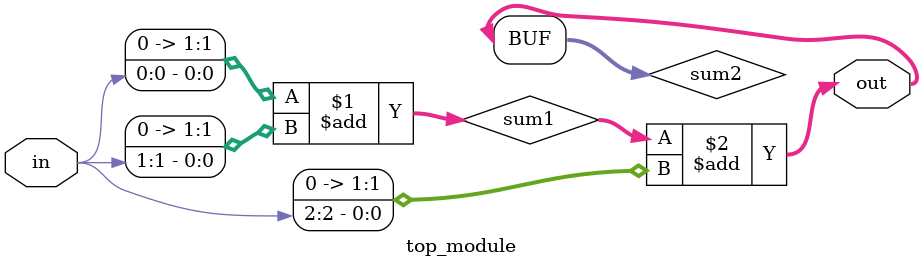
<source format=sv>
module top_module (
    input [2:0] in,
    output [1:0] out
);

wire [1:0] sum1, sum2;

// Half adder
assign sum1 = {1'b0, in[0]} + {1'b0, in[1]};

// Full adder
assign sum2 = sum1 + {1'b0, in[2]};

// Final output
assign out = sum2;

endmodule

</source>
